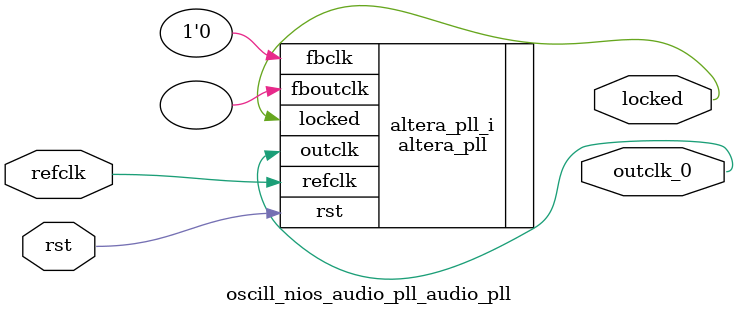
<source format=v>
`timescale 1ns/10ps
module  oscill_nios_audio_pll_audio_pll(

	// interface 'refclk'
	input wire refclk,

	// interface 'reset'
	input wire rst,

	// interface 'outclk0'
	output wire outclk_0,

	// interface 'locked'
	output wire locked
);

	altera_pll #(
		.fractional_vco_multiplier("false"),
		.reference_clock_frequency("50.0 MHz"),
		.operation_mode("direct"),
		.number_of_clocks(1),
		.output_clock_frequency0("12.288135 MHz"),
		.phase_shift0("0 ps"),
		.duty_cycle0(50),
		.output_clock_frequency1("0 MHz"),
		.phase_shift1("0 ps"),
		.duty_cycle1(50),
		.output_clock_frequency2("0 MHz"),
		.phase_shift2("0 ps"),
		.duty_cycle2(50),
		.output_clock_frequency3("0 MHz"),
		.phase_shift3("0 ps"),
		.duty_cycle3(50),
		.output_clock_frequency4("0 MHz"),
		.phase_shift4("0 ps"),
		.duty_cycle4(50),
		.output_clock_frequency5("0 MHz"),
		.phase_shift5("0 ps"),
		.duty_cycle5(50),
		.output_clock_frequency6("0 MHz"),
		.phase_shift6("0 ps"),
		.duty_cycle6(50),
		.output_clock_frequency7("0 MHz"),
		.phase_shift7("0 ps"),
		.duty_cycle7(50),
		.output_clock_frequency8("0 MHz"),
		.phase_shift8("0 ps"),
		.duty_cycle8(50),
		.output_clock_frequency9("0 MHz"),
		.phase_shift9("0 ps"),
		.duty_cycle9(50),
		.output_clock_frequency10("0 MHz"),
		.phase_shift10("0 ps"),
		.duty_cycle10(50),
		.output_clock_frequency11("0 MHz"),
		.phase_shift11("0 ps"),
		.duty_cycle11(50),
		.output_clock_frequency12("0 MHz"),
		.phase_shift12("0 ps"),
		.duty_cycle12(50),
		.output_clock_frequency13("0 MHz"),
		.phase_shift13("0 ps"),
		.duty_cycle13(50),
		.output_clock_frequency14("0 MHz"),
		.phase_shift14("0 ps"),
		.duty_cycle14(50),
		.output_clock_frequency15("0 MHz"),
		.phase_shift15("0 ps"),
		.duty_cycle15(50),
		.output_clock_frequency16("0 MHz"),
		.phase_shift16("0 ps"),
		.duty_cycle16(50),
		.output_clock_frequency17("0 MHz"),
		.phase_shift17("0 ps"),
		.duty_cycle17(50),
		.pll_type("General"),
		.pll_subtype("General")
	) altera_pll_i (
		.rst	(rst),
		.outclk	({outclk_0}),
		.locked	(locked),
		.fboutclk	( ),
		.fbclk	(1'b0),
		.refclk	(refclk)
	);
endmodule


</source>
